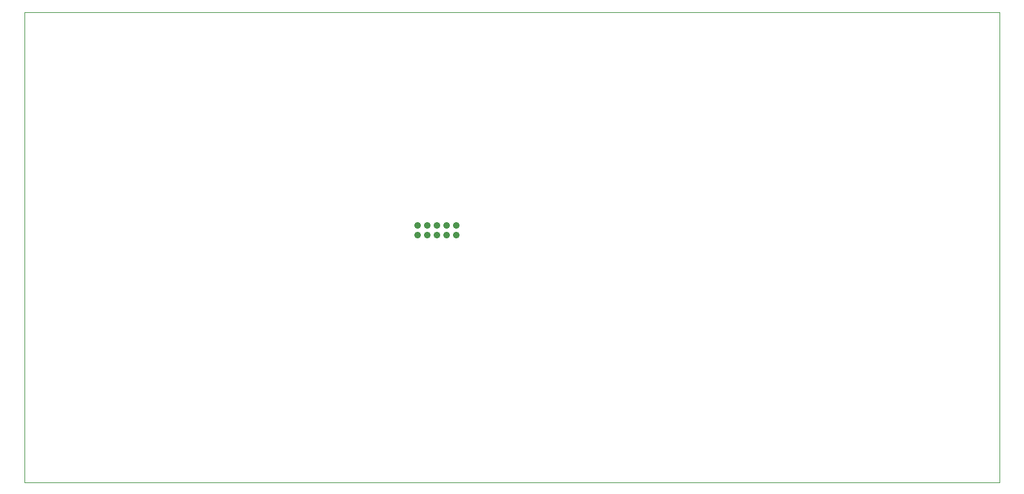
<source format=gbr>
G70*
%FSLAX55Y55*%
%ADD11C,0.00100*%
%ADD12C,0.03543*%
D11*
X196900Y196900D02*
X701231Y196900D01*
X701231Y440207*
X196900Y440207*
X196900Y196900*
D12*
X400089Y324715D03*
X405089Y324715D03*
X410089Y324715D03*
X415089Y324715D03*
X420089Y324715D03*
X420089Y329715D03*
X415089Y329715D03*
X410089Y329715D03*
X405089Y329715D03*
X400089Y329715D03*
M02*

</source>
